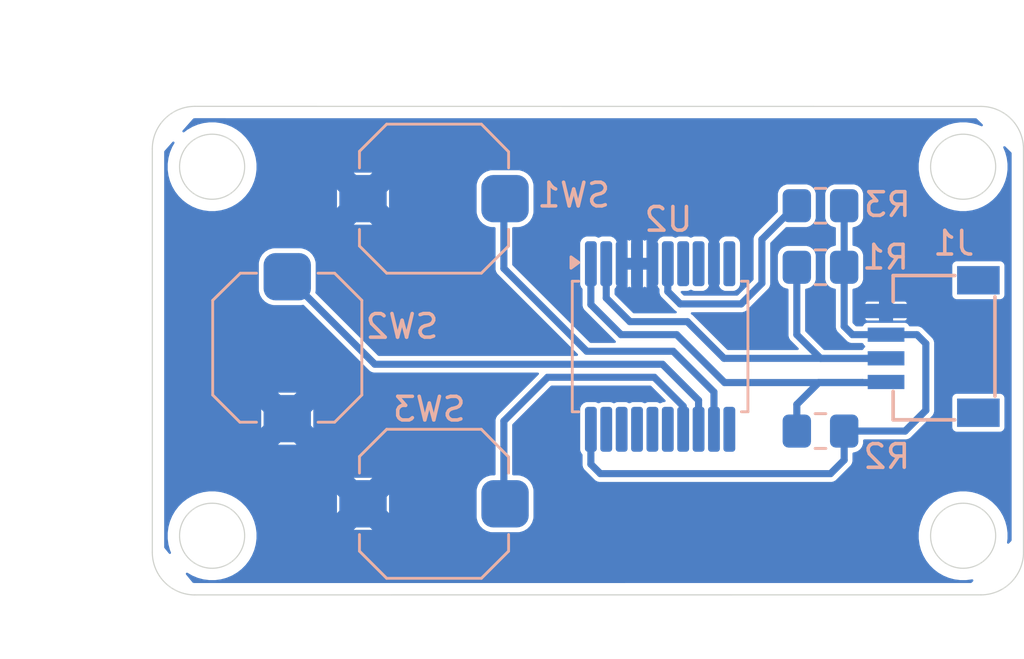
<source format=kicad_pcb>
(kicad_pcb (version 20241229) (generator "pcbnew") (generator_version "9.0")
  (layers (0 "F.Cu" signal) (2 "B.Cu" signal) (13 "F.Paste" user) (15 "B.Paste" user) (5 "F.SilkS" user "F.Silkscreen") (7 "B.SilkS" user "B.Silkscreen") (1 "F.Mask" user) (3 "B.Mask" user) (25 "Edge.Cuts" user))
  (net 0 "")
  (net 1 "VCC")
  (net 2 "/SDA")
  (net 3 "/SCL")
  (net 4 "GND")
  (net 5 "Net-(U2-~{RESET})")
  (net 13 "/white")
  (net 14 "/alpha")
  (net 15 "/numeric")
  (footprint "Button_Switch_SMD:SW_Push_1TS009xxxx-xxxx-xxxx_6x6x5mm" (layer "B.Cu") (at 157.85 78.75 -90)
    (property "Reference" "SW2" (at -0.9 -4.85 180) (layer "B.SilkS") (effects (justify mirror)))
    (property "Value" "SW_Push" (hide yes))
    (fp_line (start -2 3.15) (end -3.15 1.981) (stroke (width 0.12)) (layer "B.SilkS"))
    (fp_line (start 2 3.15) (end -2 3.15) (stroke (width 0.12)) (layer "B.SilkS"))
    (fp_line (start 3.15 2) (end 2 3.15) (stroke (width 0.12)) (layer "B.SilkS"))
    (fp_line (start -3.15 1.981) (end -3.15 1.3) (stroke (width 0.12)) (layer "B.SilkS"))
    (fp_line (start 3.15 1.3) (end 3.15 2) (stroke (width 0.12)) (layer "B.SilkS"))
    (fp_line (start 3.15 -1.3) (end 3.15 -2) (stroke (width 0.12)) (layer "B.SilkS"))
    (fp_line (start -3.15 -2) (end -3.15 -1.3) (stroke (width 0.12)) (layer "B.SilkS"))
    (fp_line (start 3.15 -2) (end 2 -3.15) (stroke (width 0.12)) (layer "B.SilkS"))
    (fp_line (start -2 -3.15) (end -3.15 -2) (stroke (width 0.12)) (layer "B.SilkS"))
    (fp_line (start 2 -3.15) (end -2 -3.15) (stroke (width 0.12)) (layer "B.SilkS"))
    (pad "1" smd roundrect (at -3 0 270) (size 2 2) (layers "B.Cu" "B.Mask" "B.Paste") (net 14 "/alpha"))
    (pad "2" smd roundrect (at 3 0 270) (size 2 2) (layers "B.Cu" "B.Mask" "B.Paste") (net 4 "GND"))
  )
  (footprint "Resistor_SMD:R_0805_2012Metric_Pad1.20x1.40mm_HandSolder" (layer "B.Cu") (at 180.375 82.275 180)
    (property "Reference" "R2" (at -2.8 -1.075 0) (layer "B.SilkS") (effects (justify mirror)))
    (property "Value" "10k")
    (fp_line (start 0.227064 0.735) (end -0.227064 0.735) (stroke (width 0.12)) (layer "B.SilkS"))
    (fp_line (start 0.227064 -0.735) (end -0.227064 -0.735) (stroke (width 0.12)) (layer "B.SilkS"))
    (pad "1" smd roundrect (at -1 0 180) (size 1.2 1.4) (layers "B.Cu" "B.Mask" "B.Paste") (roundrect_rratio 0.208333) (net 1 "VCC"))
    (pad "2" smd roundrect (at 1 0 180) (size 1.2 1.4) (layers "B.Cu" "B.Mask" "B.Paste") (roundrect_rratio 0.208333) (net 3 "/SCL"))
  )
  (footprint "adafruit-connectors:JST_SH4" (layer "B.Cu") (at 185.15 78.7 -90)
    (property "Reference" "J1" (at -4.95 0.1 0) (layer "B.SilkS") (effects (justify right top mirror)))
    (property "Value" "Conn_01x04_Socket" (hide yes))
    (fp_line (start -3 1.706) (end -3 -0.894) (stroke (width 0.1524)) (layer "B.SilkS"))
    (fp_line (start -1.9 1.706) (end -3 1.706) (stroke (width 0.1524)) (layer "B.SilkS"))
    (fp_line (start 3.1 1.706) (end 1.9 1.706) (stroke (width 0.1524)) (layer "B.SilkS"))
    (fp_line (start 3.1 -0.894) (end 3.1 1.706) (stroke (width 0.1524)) (layer "B.SilkS"))
    (fp_line (start 2.1 -2.594) (end -2.1 -2.594) (stroke (width 0.1524)) (layer "B.SilkS"))
    (pad "1" smd rect (at -1.5 2.006 180) (size 1.55 0.6) (layers "B.Cu" "B.Mask" "B.Paste") (net 4 "GND"))
    (pad "2" smd rect (at -0.5 2.006 180) (size 1.55 0.6) (layers "B.Cu" "B.Mask" "B.Paste") (net 1 "VCC"))
    (pad "3" smd rect (at 0.5 2.006 180) (size 1.55 0.6) (layers "B.Cu" "B.Mask" "B.Paste") (net 2 "/SDA"))
    (pad "4" smd rect (at 1.5 2.006 180) (size 1.55 0.6) (layers "B.Cu" "B.Mask" "B.Paste") (net 3 "/SCL"))
    (pad "MT1" smd rect (at -2.8 -1.894 180) (size 1.8 1.2) (layers "B.Cu" "B.Mask" "B.Paste"))
    (pad "MT2" smd rect (at 2.8 -1.894 180) (size 1.8 1.2) (layers "B.Cu" "B.Mask" "B.Paste"))
  )
  (footprint "Button_Switch_SMD:SW_Push_1TS009xxxx-xxxx-xxxx_6x6x5mm" (layer "B.Cu") (at 164.05 72.45 180)
    (property "Reference" "SW1" (at -5.9 0.15 180) (layer "B.SilkS") (effects (justify mirror)))
    (property "Value" "SW_Push")
    (fp_line (start 3.15 2) (end 2 3.15) (stroke (width 0.12)) (layer "B.SilkS"))
    (fp_line (start 3.15 1.3) (end 3.15 2) (stroke (width 0.12)) (layer "B.SilkS"))
    (fp_line (start 3.15 -1.3) (end 3.15 -2) (stroke (width 0.12)) (layer "B.SilkS"))
    (fp_line (start 3.15 -2) (end 2 -3.15) (stroke (width 0.12)) (layer "B.SilkS"))
    (fp_line (start 2 3.15) (end -2 3.15) (stroke (width 0.12)) (layer "B.SilkS"))
    (fp_line (start 2 -3.15) (end -2 -3.15) (stroke (width 0.12)) (layer "B.SilkS"))
    (fp_line (start -2 3.15) (end -3.15 1.981) (stroke (width 0.12)) (layer "B.SilkS"))
    (fp_line (start -2 -3.15) (end -3.15 -2) (stroke (width 0.12)) (layer "B.SilkS"))
    (fp_line (start -3.15 1.981) (end -3.15 1.3) (stroke (width 0.12)) (layer "B.SilkS"))
    (fp_line (start -3.15 -2) (end -3.15 -1.3) (stroke (width 0.12)) (layer "B.SilkS"))
    (pad "1" smd roundrect (at -3 0 180) (size 2 2) (layers "B.Cu" "B.Mask" "B.Paste") (net 13 "/white"))
    (pad "2" smd roundrect (at 3 0 180) (size 2 2) (layers "B.Cu" "B.Mask" "B.Paste") (net 4 "GND"))
  )
  (footprint "Resistor_SMD:R_0805_2012Metric_Pad1.20x1.40mm_HandSolder" (layer "B.Cu") (at 180.375 75.35 180)
    (property "Reference" "R1" (at -2.75 0.425 0) (layer "B.SilkS") (effects (justify mirror)))
    (property "Value" "10k")
    (fp_line (start 0.227064 0.735) (end -0.227064 0.735) (stroke (width 0.12)) (layer "B.SilkS"))
    (fp_line (start 0.227064 -0.735) (end -0.227064 -0.735) (stroke (width 0.12)) (layer "B.SilkS"))
    (pad "1" smd roundrect (at -1 0 180) (size 1.2 1.4) (layers "B.Cu" "B.Mask" "B.Paste") (roundrect_rratio 0.208333) (net 1 "VCC"))
    (pad "2" smd roundrect (at 1 0 180) (size 1.2 1.4) (layers "B.Cu" "B.Mask" "B.Paste") (roundrect_rratio 0.208333) (net 2 "/SDA"))
  )
  (footprint "Resistor_SMD:R_0805_2012Metric_Pad1.20x1.40mm_HandSolder" (layer "B.Cu") (at 180.375 72.75 180)
    (property "Reference" "R3" (at -2.825 0.05 0) (layer "B.SilkS") (effects (justify mirror)))
    (property "Value" "10k")
    (fp_line (start 0.227064 0.735) (end -0.227064 0.735) (stroke (width 0.12)) (layer "B.SilkS"))
    (fp_line (start 0.227064 -0.735) (end -0.227064 -0.735) (stroke (width 0.12)) (layer "B.SilkS"))
    (pad "1" smd roundrect (at -1 0 180) (size 1.2 1.4) (layers "B.Cu" "B.Mask" "B.Paste") (roundrect_rratio 0.208333) (net 1 "VCC"))
    (pad "2" smd roundrect (at 1 0 180) (size 1.2 1.4) (layers "B.Cu" "B.Mask" "B.Paste") (roundrect_rratio 0.208333) (net 5 "Net-(U2-~{RESET})"))
  )
  (footprint "Button_Switch_SMD:SW_Push_1TS009xxxx-xxxx-xxxx_6x6x5mm" (layer "B.Cu") (at 164.05 85.35 180)
    (property "Reference" "SW3" (at 0.2 4 0) (layer "B.SilkS") (effects (justify mirror)))
    (property "Value" "SW_Push")
    (fp_line (start 3.15 2) (end 2 3.15) (stroke (width 0.12)) (layer "B.SilkS"))
    (fp_line (start 3.15 1.3) (end 3.15 2) (stroke (width 0.12)) (layer "B.SilkS"))
    (fp_line (start 3.15 -1.3) (end 3.15 -2) (stroke (width 0.12)) (layer "B.SilkS"))
    (fp_line (start 3.15 -2) (end 2 -3.15) (stroke (width 0.12)) (layer "B.SilkS"))
    (fp_line (start 2 3.15) (end -2 3.15) (stroke (width 0.12)) (layer "B.SilkS"))
    (fp_line (start 2 -3.15) (end -2 -3.15) (stroke (width 0.12)) (layer "B.SilkS"))
    (fp_line (start -2 3.15) (end -3.15 1.981) (stroke (width 0.12)) (layer "B.SilkS"))
    (fp_line (start -2 -3.15) (end -3.15 -2) (stroke (width 0.12)) (layer "B.SilkS"))
    (fp_line (start -3.15 1.981) (end -3.15 1.3) (stroke (width 0.12)) (layer "B.SilkS"))
    (fp_line (start -3.15 -2) (end -3.15 -1.3) (stroke (width 0.12)) (layer "B.SilkS"))
    (pad "1" smd roundrect (at -3 0 180) (size 2 2) (layers "B.Cu" "B.Mask" "B.Paste") (net 15 "/numeric"))
    (pad "2" smd roundrect (at 3 0 180) (size 2 2) (layers "B.Cu" "B.Mask" "B.Paste") (net 4 "GND"))
  )
  (footprint "Package_SO:SSOP-20_5.3x7.2mm_P0.65mm" (layer "B.Cu") (at 173.6 78.7 -90)
    (property "Reference" "U2" (at -5.375 -0.35 0) (layer "B.SilkS") (effects (justify mirror)))
    (property "Value" "MCP23008-xSS")
    (fp_line (start -2.76 3.71) (end 0 3.71) (stroke (width 0.12)) (layer "B.SilkS"))
    (fp_line (start 2.76 3.71) (end 0 3.71) (stroke (width 0.12)) (layer "B.SilkS"))
    (fp_line (start -2.76 3.435) (end -2.76 3.71) (stroke (width 0.12)) (layer "B.SilkS"))
    (fp_line (start 2.76 3.435) (end 2.76 3.71) (stroke (width 0.12)) (layer "B.SilkS"))
    (fp_line (start -2.76 -3.435) (end -2.76 -3.71) (stroke (width 0.12)) (layer "B.SilkS"))
    (fp_line (start 2.76 -3.435) (end 2.76 -3.71) (stroke (width 0.12)) (layer "B.SilkS"))
    (fp_line (start -2.76 -3.71) (end 0 -3.71) (stroke (width 0.12)) (layer "B.SilkS"))
    (fp_line (start 2.76 -3.71) (end 0 -3.71) (stroke (width 0.12)) (layer "B.SilkS"))
    (fp_poly (pts (xy -3.55 3.435) (xy -3.79 3.765) (xy -3.31 3.765) (xy -3.55 3.435)) (stroke (width 0.12)) (fill yes) (layer "B.SilkS"))
    (pad "1" smd roundrect (at -3.5 2.925 270) (size 1.9 0.5) (layers "B.Cu" "B.Mask" "B.Paste") (net 3 "/SCL"))
    (pad "2" smd roundrect (at -3.5 2.275 270) (size 1.9 0.5) (layers "B.Cu" "B.Mask" "B.Paste") (net 2 "/SDA"))
    (pad "3" smd roundrect (at -3.5 1.625 270) (size 1.9 0.5) (layers "B.Cu" "B.Mask" "B.Paste") (net 4 "GND"))
    (pad "4" smd roundrect (at -3.5 0.975 270) (size 1.9 0.5) (layers "B.Cu" "B.Mask" "B.Paste") (net 4 "GND"))
    (pad "5" smd roundrect (at -3.5 0.325 270) (size 1.9 0.5) (layers "B.Cu" "B.Mask" "B.Paste") (net 4 "GND"))
    (pad "6" smd roundrect (at -3.5 -0.325 270) (size 1.9 0.5) (layers "B.Cu" "B.Mask" "B.Paste") (net 5 "Net-(U2-~{RESET})"))
    (pad "7" smd roundrect (at -3.5 -0.975 270) (size 1.9 0.5) (layers "B.Cu" "B.Mask" "B.Paste"))
    (pad "8" smd roundrect (at -3.5 -1.625 270) (size 1.9 0.5) (layers "B.Cu" "B.Mask" "B.Paste"))
    (pad "9" smd roundrect (at -3.5 -2.275 270) (size 1.9 0.5) (layers "B.Cu" "B.Mask" "B.Paste") (net 4 "GND"))
    (pad "10" smd roundrect (at -3.5 -2.925 270) (size 1.9 0.5) (layers "B.Cu" "B.Mask" "B.Paste"))
    (pad "11" smd roundrect (at 3.5 -2.925 270) (size 1.9 0.5) (layers "B.Cu" "B.Mask" "B.Paste"))
    (pad "12" smd roundrect (at 3.5 -2.275 270) (size 1.9 0.5) (layers "B.Cu" "B.Mask" "B.Paste") (net 13 "/white"))
    (pad "13" smd roundrect (at 3.5 -1.625 270) (size 1.9 0.5) (layers "B.Cu" "B.Mask" "B.Paste") (net 14 "/alpha"))
    (pad "14" smd roundrect (at 3.5 -0.975 270) (size 1.9 0.5) (layers "B.Cu" "B.Mask" "B.Paste") (net 15 "/numeric"))
    (pad "15" smd roundrect (at 3.5 -0.325 270) (size 1.9 0.5) (layers "B.Cu" "B.Mask" "B.Paste"))
    (pad "16" smd roundrect (at 3.5 0.325 270) (size 1.9 0.5) (layers "B.Cu" "B.Mask" "B.Paste"))
    (pad "17" smd roundrect (at 3.5 0.975 270) (size 1.9 0.5) (layers "B.Cu" "B.Mask" "B.Paste"))
    (pad "18" smd roundrect (at 3.5 1.625 270) (size 1.9 0.5) (layers "B.Cu" "B.Mask" "B.Paste"))
    (pad "19" smd roundrect (at 3.5 2.275 270) (size 1.9 0.5) (layers "B.Cu" "B.Mask" "B.Paste"))
    (pad "20" smd roundrect (at 3.5 2.925 270) (size 1.9 0.5) (layers "B.Cu" "B.Mask" "B.Paste") (net 1 "VCC"))
  )
  (gr_line (start 188.95 70.35) (end 188.95 87.3992) (stroke (width 0.05)) (layer "Edge.Cuts"))
  (gr_circle (center 186.4 71.1) (end 186.4 69.725) (stroke (width 0.05)) (fill no) (layer "Edge.Cuts"))
  (gr_line (start 152.15 87.396834) (end 152.15 70.347792) (stroke (width 0.05)) (layer "Edge.Cuts"))
  (gr_line (start 187.15 89.199193) (end 153.95 89.200809) (stroke (width 0.05)) (layer "Edge.Cuts"))
  (gr_circle (center 154.675 71.1) (end 154.675 69.725) (stroke (width 0.05)) (fill no) (layer "Edge.Cuts"))
  (gr_circle (center 186.4 86.7) (end 186.4 85.325) (stroke (width 0.05)) (fill no) (layer "Edge.Cuts"))
  (gr_arc (start 153.95 89.202208) (mid 152.677205 88.675001) (end 152.15 87.402208) (stroke (width 0.05)) (layer "Edge.Cuts"))
  (gr_arc (start 152.15 70.347792) (mid 152.67721 69.075002) (end 153.95 68.547792) (stroke (width 0.05)) (layer "Edge.Cuts"))
  (gr_line (start 153.95 68.547792) (end 187.15 68.55) (stroke (width 0.05)) (layer "Edge.Cuts"))
  (gr_arc (start 188.95 87.399193) (mid 188.422792 88.671985) (end 187.15 89.199193) (stroke (width 0.05)) (layer "Edge.Cuts"))
  (gr_circle (center 154.675 86.7) (end 154.675 85.325) (stroke (width 0.05)) (fill no) (layer "Edge.Cuts"))
  (gr_arc (start 187.15 68.55) (mid 188.422792 69.077208) (end 188.95 70.35) (stroke (width 0.05)) (layer "Edge.Cuts"))
  (segment (start 181.375 75.35) (end 181.375 72.7) (width 0.3) (layer "B.Cu") (net 1))
  (segment (start 181.375 82.275) (end 181.375 83.5) (width 0.3) (layer "B.Cu") (net 1))
  (segment (start 181.725 78.2) (end 181.375 77.85) (width 0.3) (layer "B.Cu") (net 1))
  (segment (start 171.075 84.075) (end 170.675 83.675) (width 0.3) (layer "B.Cu") (net 1))
  (segment (start 180.8 84.075) (end 171.075 84.075) (width 0.3) (layer "B.Cu") (net 1))
  (segment (start 183.95 82.275) (end 184.825 81.4) (width 0.3) (layer "B.Cu") (net 1))
  (segment (start 184.825 78.575) (end 184.45 78.2) (width 0.3) (layer "B.Cu") (net 1))
  (segment (start 183.144 78.2) (end 181.725 78.2) (width 0.3) (layer "B.Cu") (net 1))
  (segment (start 170.675 83.675) (end 170.675 82.2) (width 0.3) (layer "B.Cu") (net 1))
  (segment (start 184.45 78.2) (end 183.144 78.2) (width 0.3) (layer "B.Cu") (net 1))
  (segment (start 181.375 83.5) (end 180.8 84.075) (width 0.3) (layer "B.Cu") (net 1))
  (segment (start 184.825 81.4) (end 184.825 78.575) (width 0.3) (layer "B.Cu") (net 1))
  (segment (start 181.375 82.275) (end 183.95 82.275) (width 0.3) (layer "B.Cu") (net 1))
  (segment (start 181.375 77.85) (end 181.375 75.35) (width 0.3) (layer "B.Cu") (net 1))
  (segment (start 180.375 79.2) (end 179.375 78.2) (width 0.3) (layer "B.Cu") (net 2))
  (segment (start 183.119 79.225) (end 183.144 79.2) (width 0.3) (layer "B.Cu") (net 2))
  (segment (start 171.325 76.65) (end 172.325 77.65) (width 0.3) (layer "B.Cu") (net 2))
  (segment (start 176.3 79.2) (end 183.144 79.2) (width 0.3) (layer "B.Cu") (net 2))
  (segment (start 179.375 78.2) (end 179.375 75.35) (width 0.3) (layer "B.Cu") (net 2))
  (segment (start 172.325 77.65) (end 174.75 77.65) (width 0.3) (layer "B.Cu") (net 2))
  (segment (start 174.75 77.65) (end 176.3 79.2) (width 0.3) (layer "B.Cu") (net 2))
  (segment (start 183.144 79.2) (end 180.375 79.2) (width 0.3) (layer "B.Cu") (net 2))
  (segment (start 171.325 75.2) (end 171.325 76.65) (width 0.3) (layer "B.Cu") (net 2))
  (segment (start 183.119 80.225) (end 183.144 80.2) (width 0.3) (layer "B.Cu") (net 3))
  (segment (start 171.95 78.2) (end 174.3 78.2) (width 0.3) (layer "B.Cu") (net 3))
  (segment (start 176.325 80.225) (end 182.15 80.225) (width 0.3) (layer "B.Cu") (net 3))
  (segment (start 180.3 80.225) (end 182.15 80.225) (width 0.3) (layer "B.Cu") (net 3))
  (segment (start 174.3 78.2) (end 176.325 80.225) (width 0.3) (layer "B.Cu") (net 3))
  (segment (start 170.675 75.2) (end 170.675 76.925) (width 0.3) (layer "B.Cu") (net 3))
  (segment (start 170.675 76.925) (end 171.95 78.2) (width 0.3) (layer "B.Cu") (net 3))
  (segment (start 179.375 81.15) (end 180.3 80.225) (width 0.3) (layer "B.Cu") (net 3))
  (segment (start 182.15 80.225) (end 183.119 80.225) (width 0.3) (layer "B.Cu") (net 3))
  (segment (start 179.375 82.275) (end 179.375 81.15) (width 0.3) (layer "B.Cu") (net 3))
  (segment (start 174.45 76.9) (end 177.025 76.9) (width 0.3) (layer "B.Cu") (net 5))
  (segment (start 177.9 76.025) (end 177.9 74.175) (width 0.3) (layer "B.Cu") (net 5))
  (segment (start 173.925 75.2) (end 173.925 76.375) (width 0.3) (layer "B.Cu") (net 5))
  (segment (start 177.025 76.9) (end 177.9 76.025) (width 0.3) (layer "B.Cu") (net 5))
  (segment (start 173.925 76.375) (end 174.45 76.9) (width 0.3) (layer "B.Cu") (net 5))
  (segment (start 177.9 74.175) (end 179.375 72.7) (width 0.3) (layer "B.Cu") (net 5))
  (segment (start 175.875 80.625) (end 174.15 78.9) (width 0.3) (layer "B.Cu") (net 13))
  (segment (start 174.15 78.9) (end 170.5 78.9) (width 0.3) (layer "B.Cu") (net 13))
  (segment (start 167 75.4) (end 167 72.5) (width 0.3) (layer "B.Cu") (net 13))
  (segment (start 175.875 82.2) (end 175.875 80.625) (width 0.3) (layer "B.Cu") (net 13))
  (segment (start 167 72.5) (end 167.05 72.45) (width 0.3) (layer "B.Cu") (net 13))
  (segment (start 170.5 78.9) (end 167 75.4) (width 0.3) (layer "B.Cu") (net 13))
  (segment (start 161.55 79.45) (end 157.85 75.75) (width 0.3) (layer "B.Cu") (net 14))
  (segment (start 175.225 82.2) (end 175.225 80.975) (width 0.3) (layer "B.Cu") (net 14))
  (segment (start 175.225 80.975) (end 173.7 79.45) (width 0.3) (layer "B.Cu") (net 14))
  (segment (start 173.7 79.45) (end 161.55 79.45) (width 0.3) (layer "B.Cu") (net 14))
  (segment (start 167 81.85) (end 167 85.3) (width 0.3) (layer "B.Cu") (net 15))
  (segment (start 173.35163 80) (end 168.85 80) (width 0.3) (layer "B.Cu") (net 15))
  (segment (start 167 85.3) (end 167.05 85.35) (width 0.3) (layer "B.Cu") (net 15))
  (segment (start 174.575 81.22337) (end 173.35163 80) (width 0.3) (layer "B.Cu") (net 15))
  (segment (start 174.575 82.2) (end 174.575 81.22337) (width 0.3) (layer "B.Cu") (net 15))
  (segment (start 168.85 80) (end 167 81.85) (width 0.3) (layer "B.Cu") (net 15))
  (zone (net 4) (net_name "GND") (layer "B.Cu") (connect_pads (clearance 0.1)) (min_thickness 0.1) (fill yes (thermal_gap 0.1) (thermal_bridge_width 1))
    (polygon (pts (xy 186.55 68.65) (xy 154.244318 68.65) (xy 152.25 70.9) (xy 152.25 86.712853) (xy 154.193111 89.100104) (xy 186.3677 89.100001) (xy 188.850943 86.484483) (xy 188.9 70.95)))
  )
)
</source>
